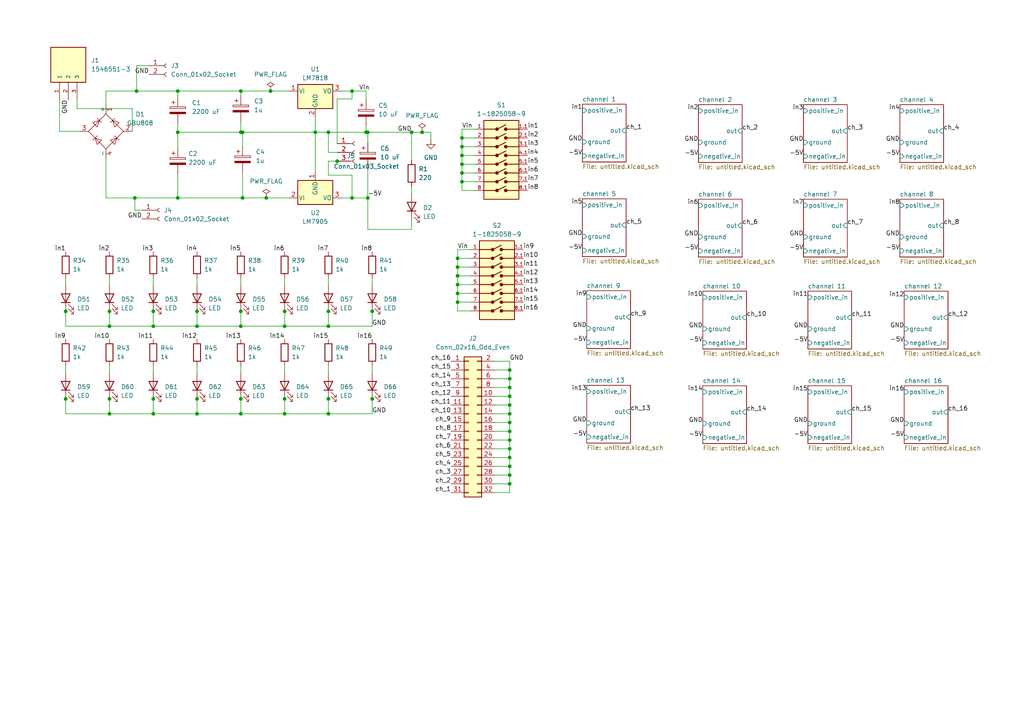
<source format=kicad_sch>
(kicad_sch (version 20250114) (generator "eeschema") (generator_version "9.0")
  (paper "A4")
  (title_block (title "16 channel manual driver (0-15V)") (date "2025-10-07") (rev "1.0") (company "Tyndall National Institute") (comment 1 "Darpan Mishra"))
  (lib_symbols
    (symbol "1-1825058-9:1-1825058-9" (pin_names (offset 1.016))
      (property "Reference" "S" (at -5.081 13.2105 0))
      (property "Value" "1-1825058-9" (at -5.0893 -12.7232 0))
      (symbol "1-1825058-9_0_0"
        (pin passive line (at -7.62 10.16 0) (length 2.54) (name "~") (number "1"))
        (pin passive line (at -7.62 7.62 0) (length 2.54) (name "~") (number "2"))
        (pin passive line (at -7.62 5.08 0) (length 2.54) (name "~") (number "3"))
        (pin passive line (at -7.62 2.54 0) (length 2.54) (name "~") (number "4"))
        (pin passive line (at -7.62 0 0) (length 2.54) (name "~") (number "5"))
        (pin passive line (at -7.62 -2.54 0) (length 2.54) (name "~") (number "6"))
        (pin passive line (at -7.62 -5.08 0) (length 2.54) (name "~") (number "7"))
        (pin passive line (at -7.62 -7.62 0) (length 2.54) (name "~") (number "8"))
        (pin passive line (at 7.62 10.16 180) (length 2.54) (name "~") (number "1.1"))
        (pin passive line (at 7.62 7.62 180) (length 2.54) (name "~") (number "2.1"))
        (pin passive line (at 7.62 5.08 180) (length 2.54) (name "~") (number "3.1"))
        (pin passive line (at 7.62 2.54 180) (length 2.54) (name "~") (number "4.1"))
        (pin passive line (at 7.62 0 180) (length 2.54) (name "~") (number "5.1"))
        (pin passive line (at 7.62 -2.54 180) (length 2.54) (name "~") (number "6.1"))
        (pin passive line (at 7.62 -5.08 180) (length 2.54) (name "~") (number "7.1"))
        (pin passive line (at 7.62 -7.62 180) (length 2.54) (name "~") (number "8.1"))
      )
    )
    (symbol "1546551-3:1546551-3" (pin_names (offset 1.016))
      (property "Reference" "J" (at -5.58 5.08 0))
      (property "Value" "1546551-3" (at -5.08 -7.62 0))
      (symbol "1546551-3_0_0"
        (pin passive line (at -10.16 2.54 0) (length 5.08) (name "1") (number "1"))
        (pin passive line (at -10.16 0 0) (length 5.08) (name "2") (number "2"))
        (pin passive line (at -10.16 -2.54 0) (length 5.08) (name "3") (number "3"))
      )
    )
    (symbol "Connector:Conn_01x02_Socket" (pin_names (offset 1.016) (hide yes))
      (property "Reference" "J" (at 0 2.54 0))
      (property "Value" "Conn_01x02_Socket" (at 0 -5.08 0))
      (symbol "Conn_01x02_Socket_1_1"
        (pin passive line (at -5.08 0 0) (length 3.81) (name "Pin_1") (number "1"))
        (pin passive line (at -5.08 -2.54 0) (length 3.81) (name "Pin_2") (number "2"))
      )
    )
    (symbol "Connector:Conn_01x03_Socket" (pin_names (offset 1.016) (hide yes))
      (property "Reference" "J" (at 0 5.08 0))
      (property "Value" "Conn_01x03_Socket" (at 0 -5.08 0))
      (symbol "Conn_01x03_Socket_1_1"
        (pin passive line (at -5.08 2.54 0) (length 3.81) (name "Pin_1") (number "1"))
        (pin passive line (at -5.08 0 0) (length 3.81) (name "Pin_2") (number "2"))
        (pin passive line (at -5.08 -2.54 0) (length 3.81) (name "Pin_3") (number "3"))
      )
    )
    (symbol "Connector_Generic:Conn_02x16_Odd_Even" (pin_names (offset 1.016) (hide yes))
      (property "Reference" "J" (at 1.27 20.32 0))
      (property "Value" "Conn_02x16_Odd_Even" (at 1.27 -22.86 0))
      (symbol "Conn_02x16_Odd_Even_1_1"
        (pin passive line (at -5.08 17.78 0) (length 3.81) (name "Pin_1") (number "1"))
        (pin passive line (at -5.08 15.24 0) (length 3.81) (name "Pin_3") (number "3"))
        (pin passive line (at -5.08 12.7 0) (length 3.81) (name "Pin_5") (number "5"))
        (pin passive line (at -5.08 10.16 0) (length 3.81) (name "Pin_7") (number "7"))
        (pin passive line (at -5.08 7.62 0) (length 3.81) (name "Pin_9") (number "9"))
        (pin passive line (at -5.08 5.08 0) (length 3.81) (name "Pin_11") (number "11"))
        (pin passive line (at -5.08 2.54 0) (length 3.81) (name "Pin_13") (number "13"))
        (pin passive line (at -5.08 0 0) (length 3.81) (name "Pin_15") (number "15"))
        (pin passive line (at -5.08 -2.54 0) (length 3.81) (name "Pin_17") (number "17"))
        (pin passive line (at -5.08 -5.08 0) (length 3.81) (name "Pin_19") (number "19"))
        (pin passive line (at -5.08 -7.62 0) (length 3.81) (name "Pin_21") (number "21"))
        (pin passive line (at -5.08 -10.16 0) (length 3.81) (name "Pin_23") (number "23"))
        (pin passive line (at -5.08 -12.7 0) (length 3.81) (name "Pin_25") (number "25"))
        (pin passive line (at -5.08 -15.24 0) (length 3.81) (name "Pin_27") (number "27"))
        (pin passive line (at -5.08 -17.78 0) (length 3.81) (name "Pin_29") (number "29"))
        (pin passive line (at -5.08 -20.32 0) (length 3.81) (name "Pin_31") (number "31"))
        (pin passive line (at 7.62 17.78 180) (length 3.81) (name "Pin_2") (number "2"))
        (pin passive line (at 7.62 15.24 180) (length 3.81) (name "Pin_4") (number "4"))
        (pin passive line (at 7.62 12.7 180) (length 3.81) (name "Pin_6") (number "6"))
        (pin passive line (at 7.62 10.16 180) (length 3.81) (name "Pin_8") (number "8"))
        (pin passive line (at 7.62 7.62 180) (length 3.81) (name "Pin_10") (number "10"))
        (pin passive line (at 7.62 5.08 180) (length 3.81) (name "Pin_12") (number "12"))
        (pin passive line (at 7.62 2.54 180) (length 3.81) (name "Pin_14") (number "14"))
        (pin passive line (at 7.62 0 180) (length 3.81) (name "Pin_16") (number "16"))
        (pin passive line (at 7.62 -2.54 180) (length 3.81) (name "Pin_18") (number "18"))
        (pin passive line (at 7.62 -5.08 180) (length 3.81) (name "Pin_20") (number "20"))
        (pin passive line (at 7.62 -7.62 180) (length 3.81) (name "Pin_22") (number "22"))
        (pin passive line (at 7.62 -10.16 180) (length 3.81) (name "Pin_24") (number "24"))
        (pin passive line (at 7.62 -12.7 180) (length 3.81) (name "Pin_26") (number "26"))
        (pin passive line (at 7.62 -15.24 180) (length 3.81) (name "Pin_28") (number "28"))
        (pin passive line (at 7.62 -17.78 180) (length 3.81) (name "Pin_30") (number "30"))
        (pin passive line (at 7.62 -20.32 180) (length 3.81) (name "Pin_32") (number "32"))
      )
    )
    (symbol "Device:C_Polarized" (pin_numbers (hide yes)) (pin_names (offset 0.254))
      (property "Reference" "C" (at 0.635 2.54 0))
      (property "Value" "C_Polarized" (at 0.635 -2.54 0))
      (symbol "C_Polarized_1_1"
        (pin passive line (at 0 3.81 270) (length 2.794) (name "~") (number "1"))
        (pin passive line (at 0 -3.81 90) (length 2.794) (name "~") (number "2"))
      )
    )
    (symbol "Device:LED" (pin_numbers (hide yes)) (pin_names (offset 1.016) (hide yes))
      (property "Reference" "D" (at 0 2.54 0))
      (property "Value" "LED" (at 0 -2.54 0))
      (symbol "LED_1_1"
        (pin passive line (at -3.81 0 0) (length 2.54) (name "K") (number "1"))
        (pin passive line (at 3.81 0 180) (length 2.54) (name "A") (number "2"))
      )
    )
    (symbol "Device:R" (pin_numbers (hide yes)) (pin_names (offset 0))
      (property "Reference" "R" (at 2.032 0 90))
      (property "Value" "R" (at 0 0 90))
      (symbol "R_1_1"
        (pin passive line (at 0 3.81 270) (length 1.27) (name "~") (number "1"))
        (pin passive line (at 0 -3.81 90) (length 1.27) (name "~") (number "2"))
      )
    )
    (symbol "Diode_Bridge:GBU8M" (pin_names (offset 0))
      (property "Reference" "D" (at 2.54 6.985 0))
      (property "Value" "GBU8M" (at 2.54 5.08 0))
      (symbol "GBU8M_1_1"
        (pin passive line (at -7.62 0 0) (length 2.54) (name "-") (number "4"))
        (pin passive line (at 0 7.62 270) (length 2.54) (name "~") (number "3"))
        (pin passive line (at 0 -7.62 90) (length 2.54) (name "~") (number "2"))
        (pin passive line (at 7.62 0 180) (length 2.54) (name "+") (number "1"))
      )
    )
    (symbol "Regulator_Linear:LM7818_TO220" (pin_names (offset 0.254))
      (property "Reference" "U" (at -3.81 3.175 0))
      (property "Value" "LM7818_TO220" (at 0 3.175 0))
      (symbol "LM7818_TO220_1_1"
        (pin power_in line (at -7.62 0 0) (length 2.54) (name "VI") (number "1"))
        (pin power_in line (at 0 -7.62 90) (length 2.54) (name "GND") (number "2"))
        (pin power_out line (at 7.62 0 180) (length 2.54) (name "VO") (number "3"))
      )
    )
    (symbol "Regulator_Linear:LM7905_TO220" (pin_names (offset 0.254))
      (property "Reference" "U" (at -3.81 -3.175 0))
      (property "Value" "LM7905_TO220" (at 0 -3.175 0))
      (symbol "LM7905_TO220_1_1"
        (pin power_in line (at -7.62 0 0) (length 2.54) (name "VI") (number "2"))
        (pin power_in line (at 0 7.62 270) (length 2.54) (name "GND") (number "1"))
        (pin power_out line (at 7.62 0 180) (length 2.54) (name "VO") (number "3"))
      )
    )
    (symbol "power:GND" (power) (pin_numbers (hide yes)) (pin_names (offset 0) (hide yes))
      (property "Value" "GND" (at 0 -3.81 0))
      (symbol "GND_1_1"
        (pin power_in line (at 0 0 270) (length 0) (name "~") (number "1"))
      )
    )
    (symbol "power:PWR_FLAG" (power) (pin_numbers (hide yes)) (pin_names (offset 0) (hide yes))
      (property "Value" "PWR_FLAG" (at 0 3.81 0))
      (symbol "PWR_FLAG_0_0"
        (pin power_out line (at 0 0 90) (length 0) (name "~") (number "1"))
      )
    )
  )
  (junction (at 69.85 120.015))
  (junction (at 133.985 52.705))
  (junction (at 69.85 26.416))
  (junction (at 147.828 114.935))
  (junction (at 44.45 90.297))
  (junction (at 39.624 26.416))
  (junction (at 51.562 26.416))
  (junction (at 133.985 50.165))
  (junction (at 82.55 115.697))
  (junction (at 147.828 127.635))
  (junction (at 31.75 90.297))
  (junction (at 95.25 115.697))
  (junction (at 132.715 77.47))
  (junction (at 69.85 115.697))
  (junction (at 82.55 94.615))
  (junction (at 122.428 38.354))
  (junction (at 51.562 38.354))
  (junction (at 57.15 115.697))
  (junction (at 102.108 26.416))
  (junction (at 44.45 120.015))
  (junction (at 78.486 26.416))
  (junction (at 147.828 107.315))
  (junction (at 147.828 132.715))
  (junction (at 133.985 42.545))
  (junction (at 147.828 137.795))
  (junction (at 31.75 115.697))
  (junction (at 95.25 90.297))
  (junction (at 51.562 57.404))
  (junction (at 69.85 38.354))
  (junction (at 70.358 38.354))
  (junction (at 147.828 125.095))
  (junction (at 106.68 57.404))
  (junction (at 147.828 109.855))
  (junction (at 147.828 117.475))
  (junction (at 147.828 122.555))
  (junction (at 82.55 90.297))
  (junction (at 147.828 135.255))
  (junction (at 132.715 74.93))
  (junction (at 57.15 120.015))
  (junction (at 97.79 46.736))
  (junction (at 82.55 120.015))
  (junction (at 77.216 57.404))
  (junction (at 133.985 45.085))
  (junction (at 69.85 94.615))
  (junction (at 44.45 115.697))
  (junction (at 70.358 57.404))
  (junction (at 69.85 90.297))
  (junction (at 107.95 90.297))
  (junction (at 19.05 90.297))
  (junction (at 147.828 120.015))
  (junction (at 95.25 120.015))
  (junction (at 19.05 115.697))
  (junction (at 106.172 38.354))
  (junction (at 133.985 47.625))
  (junction (at 147.828 112.395))
  (junction (at 107.95 115.697))
  (junction (at 39.116 57.404))
  (junction (at 133.985 40.005))
  (junction (at 132.715 85.09))
  (junction (at 132.715 82.55))
  (junction (at 31.75 94.615))
  (junction (at 132.715 87.63))
  (junction (at 132.715 80.01))
  (junction (at 57.15 90.297))
  (junction (at 102.108 57.404))
  (junction (at 31.75 120.015))
  (junction (at 57.15 94.615))
  (junction (at 147.828 130.175))
  (junction (at 106.68 38.354))
  (junction (at 95.25 94.615))
  (junction (at 95.25 38.354))
  (junction (at 119.38 38.354))
  (junction (at 44.45 94.615))
  (junction (at 91.44 38.354))
  (junction (at 147.828 140.335))
  (wire (pts (xy 69.85 115.697) (xy 69.85 120.015)))
  (wire (pts (xy 136.525 72.39) (xy 132.715 72.39)))
  (wire (pts (xy 132.715 80.01) (xy 132.715 82.55)))
  (wire (pts (xy 133.985 40.005) (xy 137.795 40.005)))
  (wire (pts (xy 69.85 80.645) (xy 69.85 82.677)))
  (wire (pts (xy 31.75 115.697) (xy 31.75 120.015)))
  (wire (pts (xy 69.85 26.416) (xy 69.85 27.686)))
  (wire (pts (xy 147.828 140.335) (xy 147.828 142.875)))
  (wire (pts (xy 106.68 38.354) (xy 106.68 41.402)))
  (wire (pts (xy 51.562 38.354) (xy 69.85 38.354)))
  (wire (pts (xy 133.985 37.465) (xy 133.985 40.005)))
  (wire (pts (xy 69.85 90.17) (xy 69.85 90.297)))
  (wire (pts (xy 57.15 120.015) (xy 69.85 120.015)))
  (wire (pts (xy 95.25 120.015) (xy 107.95 120.015)))
  (wire (pts (xy 106.172 38.354) (xy 106.68 38.354)))
  (wire (pts (xy 147.828 142.875) (xy 143.51 142.875)))
  (wire (pts (xy 133.985 50.165) (xy 137.795 50.165)))
  (wire (pts (xy 51.562 35.814) (xy 51.562 38.354)))
  (wire (pts (xy 57.15 90.297) (xy 57.15 94.615)))
  (wire (pts (xy 22.352 31.496) (xy 38.354 31.496)))
  (wire (pts (xy 57.15 115.57) (xy 57.15 115.697)))
  (wire (pts (xy 119.38 54.102) (xy 119.38 56.134)))
  (wire (pts (xy 107.95 90.297) (xy 107.95 94.615)))
  (wire (pts (xy 51.562 26.416) (xy 69.85 26.416)))
  (wire (pts (xy 69.85 35.306) (xy 69.85 38.354)))
  (wire (pts (xy 102.108 26.416) (xy 106.172 26.416)))
  (wire (pts (xy 82.55 80.645) (xy 82.55 82.677)))
  (wire (pts (xy 82.55 106.045) (xy 82.55 108.077)))
  (wire (pts (xy 132.715 72.39) (xy 132.715 74.93)))
  (wire (pts (xy 95.25 90.17) (xy 95.25 90.297)))
  (wire (pts (xy 82.55 115.697) (xy 82.55 120.015)))
  (wire (pts (xy 17.272 28.956) (xy 17.272 38.1)))
  (wire (pts (xy 143.51 122.555) (xy 147.828 122.555)))
  (wire (pts (xy 70.358 50.038) (xy 70.358 57.404)))
  (wire (pts (xy 147.828 114.935) (xy 147.828 117.475)))
  (wire (pts (xy 31.75 90.297) (xy 31.75 94.615)))
  (wire (pts (xy 147.828 117.475) (xy 147.828 120.015)))
  (wire (pts (xy 95.25 94.615) (xy 107.95 94.615)))
  (wire (pts (xy 132.715 90.17) (xy 136.525 90.17)))
  (wire (pts (xy 78.486 26.416) (xy 83.82 26.416)))
  (wire (pts (xy 147.828 130.175) (xy 147.828 132.715)))
  (wire (pts (xy 44.45 90.17) (xy 44.45 90.297)))
  (wire (pts (xy 106.172 26.416) (xy 106.172 28.956)))
  (wire (pts (xy 95.25 106.045) (xy 95.25 108.077)))
  (wire (pts (xy 119.38 63.754) (xy 119.38 66.548)))
  (wire (pts (xy 107.95 115.697) (xy 107.95 120.015)))
  (wire (pts (xy 132.715 82.55) (xy 132.715 85.09)))
  (wire (pts (xy 132.715 77.47) (xy 132.715 80.01)))
  (wire (pts (xy 99.06 26.416) (xy 102.108 26.416)))
  (wire (pts (xy 147.828 104.775) (xy 147.828 107.315)))
  (wire (pts (xy 31.75 90.17) (xy 31.75 90.297)))
  (wire (pts (xy 132.715 85.09) (xy 136.525 85.09)))
  (wire (pts (xy 106.68 57.404) (xy 106.68 49.022)))
  (wire (pts (xy 133.985 52.705) (xy 133.985 55.245)))
  (wire (pts (xy 19.05 115.697) (xy 19.05 120.015)))
  (wire (pts (xy 69.85 106.045) (xy 69.85 108.077)))
  (wire (pts (xy 19.05 115.57) (xy 19.05 115.697)))
  (wire (pts (xy 133.985 42.545) (xy 133.985 45.085)))
  (wire (pts (xy 133.985 47.625) (xy 137.795 47.625)))
  (wire (pts (xy 95.25 50.8) (xy 102.108 50.8)))
  (wire (pts (xy 57.15 94.615) (xy 69.85 94.615)))
  (wire (pts (xy 91.44 38.354) (xy 95.25 38.354)))
  (wire (pts (xy 106.68 38.354) (xy 119.38 38.354)))
  (wire (pts (xy 137.795 37.465) (xy 133.985 37.465)))
  (wire (pts (xy 102.108 50.8) (xy 102.108 57.404)))
  (wire (pts (xy 44.45 90.297) (xy 44.45 94.615)))
  (wire (pts (xy 143.51 112.395) (xy 147.828 112.395)))
  (wire (pts (xy 19.05 90.297) (xy 19.05 94.615)))
  (wire (pts (xy 43.18 19.05) (xy 39.624 19.05)))
  (wire (pts (xy 132.715 85.09) (xy 132.715 87.63)))
  (wire (pts (xy 132.715 77.47) (xy 136.525 77.47)))
  (wire (pts (xy 19.05 80.645) (xy 19.05 82.677)))
  (wire (pts (xy 44.45 106.045) (xy 44.45 108.077)))
  (wire (pts (xy 102.108 57.404) (xy 106.68 57.404)))
  (wire (pts (xy 19.05 94.615) (xy 31.75 94.615)))
  (wire (pts (xy 147.828 112.395) (xy 147.828 114.935)))
  (wire (pts (xy 133.985 52.705) (xy 137.795 52.705)))
  (wire (pts (xy 22.352 28.956) (xy 22.352 31.496)))
  (wire (pts (xy 97.79 44.196) (xy 95.25 44.196)))
  (wire (pts (xy 147.828 107.315) (xy 147.828 109.855)))
  (wire (pts (xy 82.55 115.57) (xy 82.55 115.697)))
  (wire (pts (xy 82.55 120.015) (xy 95.25 120.015)))
  (wire (pts (xy 69.85 120.015) (xy 82.55 120.015)))
  (wire (pts (xy 147.828 132.715) (xy 147.828 135.255)))
  (wire (pts (xy 69.85 94.615) (xy 82.55 94.615)))
  (wire (pts (xy 69.85 90.297) (xy 69.85 94.615)))
  (wire (pts (xy 17.272 38.1) (xy 23.114 38.1)))
  (wire (pts (xy 97.79 28.702) (xy 102.108 28.702)))
  (wire (pts (xy 106.68 66.548) (xy 106.68 57.404)))
  (wire (pts (xy 82.55 94.615) (xy 95.25 94.615)))
  (wire (pts (xy 122.428 38.354) (xy 124.968 38.354)))
  (wire (pts (xy 31.75 94.615) (xy 44.45 94.615)))
  (wire (pts (xy 132.715 82.55) (xy 136.525 82.55)))
  (wire (pts (xy 106.172 36.576) (xy 106.172 38.354)))
  (wire (pts (xy 143.51 132.715) (xy 147.828 132.715)))
  (wire (pts (xy 70.358 57.404) (xy 77.216 57.404)))
  (wire (pts (xy 51.562 57.404) (xy 70.358 57.404)))
  (wire (pts (xy 143.51 117.475) (xy 147.828 117.475)))
  (wire (pts (xy 143.51 114.935) (xy 147.828 114.935)))
  (wire (pts (xy 107.95 106.045) (xy 107.95 108.077)))
  (wire (pts (xy 44.45 80.645) (xy 44.45 82.677)))
  (wire (pts (xy 19.05 90.17) (xy 19.05 90.297)))
  (wire (pts (xy 19.05 106.045) (xy 19.05 108.077)))
  (wire (pts (xy 99.06 57.404) (xy 102.108 57.404)))
  (wire (pts (xy 51.562 28.194) (xy 51.562 26.416)))
  (wire (pts (xy 133.985 50.165) (xy 133.985 52.705)))
  (wire (pts (xy 143.51 109.855) (xy 147.828 109.855)))
  (wire (pts (xy 147.828 127.635) (xy 147.828 130.175)))
  (wire (pts (xy 51.562 38.354) (xy 51.562 42.926)))
  (wire (pts (xy 143.51 104.775) (xy 147.828 104.775)))
  (wire (pts (xy 69.85 26.416) (xy 78.486 26.416)))
  (wire (pts (xy 143.51 140.335) (xy 147.828 140.335)))
  (wire (pts (xy 31.75 80.645) (xy 31.75 82.677)))
  (wire (pts (xy 119.38 38.354) (xy 122.428 38.354)))
  (wire (pts (xy 77.216 57.404) (xy 83.82 57.404)))
  (wire (pts (xy 133.985 47.625) (xy 133.985 50.165)))
  (wire (pts (xy 102.108 28.702) (xy 102.108 26.416)))
  (wire (pts (xy 95.25 46.736) (xy 95.25 50.8)))
  (wire (pts (xy 31.75 106.045) (xy 31.75 108.077)))
  (wire (pts (xy 147.828 122.555) (xy 147.828 125.095)))
  (wire (pts (xy 97.79 46.736) (xy 95.25 46.736)))
  (wire (pts (xy 143.51 130.175) (xy 147.828 130.175)))
  (wire (pts (xy 70.358 38.354) (xy 70.358 42.418)))
  (wire (pts (xy 39.116 60.96) (xy 39.116 57.404)))
  (wire (pts (xy 44.45 94.615) (xy 57.15 94.615)))
  (wire (pts (xy 82.55 90.17) (xy 82.55 90.297)))
  (wire (pts (xy 133.985 45.085) (xy 137.795 45.085)))
  (wire (pts (xy 30.734 26.416) (xy 39.624 26.416)))
  (wire (pts (xy 70.358 38.354) (xy 91.44 38.354)))
  (wire (pts (xy 132.715 74.93) (xy 136.525 74.93)))
  (wire (pts (xy 39.116 57.404) (xy 51.562 57.404)))
  (wire (pts (xy 31.75 120.015) (xy 44.45 120.015)))
  (wire (pts (xy 98.044 46.736) (xy 97.79 46.736)))
  (wire (pts (xy 132.715 87.63) (xy 132.715 90.17)))
  (wire (pts (xy 39.624 19.05) (xy 39.624 26.416)))
  (wire (pts (xy 147.828 137.795) (xy 147.828 140.335)))
  (wire (pts (xy 44.45 115.57) (xy 44.45 115.697)))
  (wire (pts (xy 97.79 41.656) (xy 97.79 28.702)))
  (wire (pts (xy 95.25 115.57) (xy 95.25 115.697)))
  (wire (pts (xy 57.15 90.17) (xy 57.15 90.297)))
  (wire (pts (xy 69.85 38.354) (xy 70.358 38.354)))
  (wire (pts (xy 95.25 90.297) (xy 95.25 94.615)))
  (wire (pts (xy 91.44 34.036) (xy 91.44 38.354)))
  (wire (pts (xy 132.715 80.01) (xy 136.525 80.01)))
  (wire (pts (xy 57.15 106.045) (xy 57.15 108.077)))
  (wire (pts (xy 133.985 42.545) (xy 137.795 42.545)))
  (wire (pts (xy 124.968 38.354) (xy 124.968 40.64)))
  (wire (pts (xy 82.55 90.297) (xy 82.55 94.615)))
  (wire (pts (xy 133.985 55.245) (xy 137.795 55.245)))
  (wire (pts (xy 107.95 115.57) (xy 107.95 115.697)))
  (wire (pts (xy 147.828 135.255) (xy 147.828 137.795)))
  (wire (pts (xy 133.985 40.005) (xy 133.985 42.545)))
  (wire (pts (xy 133.985 45.085) (xy 133.985 47.625)))
  (wire (pts (xy 107.95 80.645) (xy 107.95 82.677)))
  (wire (pts (xy 51.562 50.546) (xy 51.562 57.404)))
  (wire (pts (xy 31.75 115.57) (xy 31.75 115.697)))
  (wire (pts (xy 147.828 109.855) (xy 147.828 112.395)))
  (wire (pts (xy 39.624 26.416) (xy 51.562 26.416)))
  (wire (pts (xy 143.51 125.095) (xy 147.828 125.095)))
  (wire (pts (xy 57.15 80.645) (xy 57.15 82.677)))
  (wire (pts (xy 44.45 115.697) (xy 44.45 120.015)))
  (wire (pts (xy 132.715 87.63) (xy 136.525 87.63)))
  (wire (pts (xy 30.734 57.404) (xy 39.116 57.404)))
  (wire (pts (xy 95.25 44.196) (xy 95.25 38.354)))
  (wire (pts (xy 69.85 115.57) (xy 69.85 115.697)))
  (wire (pts (xy 119.38 38.354) (xy 119.38 46.482)))
  (wire (pts (xy 262.255 86.36) (xy 262.255 86.233)))
  (wire (pts (xy 57.15 115.697) (xy 57.15 120.015)))
  (wire (pts (xy 147.828 120.015) (xy 147.828 122.555)))
  (wire (pts (xy 143.51 120.015) (xy 147.828 120.015)))
  (wire (pts (xy 143.51 127.635) (xy 147.828 127.635)))
  (wire (pts (xy 132.715 74.93) (xy 132.715 77.47)))
  (wire (pts (xy 91.44 38.354) (xy 91.44 49.784)))
  (wire (pts (xy 44.45 120.015) (xy 57.15 120.015)))
  (wire (pts (xy 143.51 137.795) (xy 147.828 137.795)))
  (wire (pts (xy 143.51 135.255) (xy 147.828 135.255)))
  (wire (pts (xy 38.354 31.496) (xy 38.354 38.1)))
  (wire (pts (xy 119.38 66.548) (xy 106.68 66.548)))
  (wire (pts (xy 147.828 125.095) (xy 147.828 127.635)))
  (wire (pts (xy 30.734 30.48) (xy 30.734 26.416)))
  (wire (pts (xy 30.734 45.72) (xy 30.734 57.404)))
  (wire (pts (xy 41.148 60.96) (xy 39.116 60.96)))
  (wire (pts (xy 95.25 38.354) (xy 106.172 38.354)))
  (wire (pts (xy 95.25 80.645) (xy 95.25 82.677)))
  (wire (pts (xy 19.05 120.015) (xy 31.75 120.015)))
  (wire (pts (xy 107.95 90.17) (xy 107.95 90.297)))
  (wire (pts (xy 143.51 107.315) (xy 147.828 107.315)))
  (wire (pts (xy 95.25 115.697) (xy 95.25 120.015)))
  (label "-5V" (at 168.91 72.644 180))
  (label "ch_2" (at 130.81 140.335 180))
  (label "in7" (at 153.035 52.705 0))
  (label "ch_10" (at 216.535 92.075 0))
  (label "in13" (at 151.765 82.55 0))
  (label "ch_13" (at 130.81 112.395 180))
  (label "in6" (at 82.55 73.025 180))
  (label "-5V" (at 262.255 126.873 180))
  (label "-5V" (at 202.565 72.771 180))
  (label "in5" (at 69.85 73.025 180))
  (label "in10" (at 203.835 86.233 180))
  (label "ch_14" (at 216.535 119.507 0))
  (label "in4" (at 153.035 45.085 0))
  (label "GND" (at 170.18 122.682 180))
  (label "in13" (at 69.85 98.425 180))
  (label "in11" (at 151.765 77.47 0))
  (label "-5V" (at 202.565 45.339 180))
  (label "in12" (at 151.765 80.01 0))
  (label "in16" (at 262.255 113.665 180))
  (label "in1" (at 153.035 37.465 0))
  (label "in6" (at 202.565 59.563 180))
  (label "-5V" (at 234.315 126.873 180))
  (label "in10" (at 151.765 74.93 0))
  (label "ch_1" (at 181.61 37.846 0))
  (label "-5V" (at 170.18 126.746 180))
  (label "ch_6" (at 215.265 65.405 0))
  (label "GND" (at 203.835 95.377 180))
  (label "GND" (at 107.95 120.015 0))
  (label "-5V" (at 262.255 99.441 180))
  (label "ch_11" (at 130.81 117.475 180))
  (label "in4" (at 57.15 73.025 180))
  (label "ch_7" (at 245.745 65.405 0))
  (label "in1" (at 19.05 73.025 180))
  (label "in10" (at 31.75 98.425 180))
  (label "GND" (at 260.985 41.275 180))
  (label "in3" (at 44.45 73.025 180))
  (label "in15" (at 95.25 98.425 180))
  (label "GND" (at 107.95 94.615 0))
  (label "in16" (at 151.765 90.17 0))
  (label "GND" (at 147.828 104.775 0))
  (label "ch_2" (at 215.265 37.973 0))
  (label "-5V" (at 168.91 45.212 180))
  (label "in6" (at 153.035 50.165 0))
  (label "in14" (at 151.765 85.09 0))
  (label "GND" (at 115.316 38.354 0))
  (label "ch_4" (at 273.685 37.973 0))
  (label "ch_9" (at 130.81 122.555 180))
  (label "ch_8" (at 130.81 125.095 180))
  (label "ch_9" (at 182.88 91.948 0))
  (label "in14" (at 203.835 113.665 180))
  (label "ch_3" (at 245.745 37.973 0))
  (label "in9" (at 19.05 98.425 180))
  (label "GND" (at 202.565 41.275 180))
  (label "GND" (at 203.835 122.809 180))
  (label "in8" (at 107.95 73.025 180))
  (label "in16" (at 107.95 98.425 180))
  (label "ch_3" (at 130.81 137.795 180))
  (label "ch_11" (at 247.015 92.075 0))
  (label "GND" (at 19.812 28.956 270))
  (label "ch_12" (at 130.81 114.935 180))
  (label "GND" (at 262.255 95.377 180))
  (label "ch_16" (at 130.81 104.775 180))
  (label "in8" (at 153.035 55.245 0))
  (label "ch_5" (at 130.81 132.715 180))
  (label "in15" (at 234.315 113.665 180))
  (label "in12" (at 57.15 98.425 180))
  (label "ch_15" (at 247.015 119.507 0))
  (label "GND" (at 260.985 68.707 180))
  (label "in1" (at 168.91 32.004 180))
  (label "in9" (at 151.765 72.39 0))
  (label "ch_15" (at 130.81 107.315 180))
  (label "in11" (at 44.45 98.425 180))
  (label "GND" (at 168.91 41.148 180))
  (label "in2" (at 202.565 32.131 180))
  (label "GND" (at 233.045 41.275 180))
  (label "GND" (at 234.315 95.377 180))
  (label "ch_8" (at 273.685 65.405 0))
  (label "ch_6" (at 130.81 130.175 180))
  (label "in15" (at 151.765 87.63 0))
  (label "-5V" (at 106.68 57.15 0))
  (label "in2" (at 31.75 73.025 180))
  (label "ch_10" (at 130.81 120.015 180))
  (label "in7" (at 233.045 59.563 180))
  (label "ch_1" (at 130.81 142.875 180))
  (label "in13" (at 170.18 113.538 180))
  (label "Vin" (at 133.985 37.465 0))
  (label "-5V" (at 170.18 99.314 180))
  (label "GND" (at 233.045 68.707 180))
  (label "in3" (at 233.045 32.131 180))
  (label "GND" (at 234.315 122.809 180))
  (label "ch_5" (at 181.61 65.278 0))
  (label "in3" (at 153.035 42.545 0))
  (label "in11" (at 234.315 86.233 180))
  (label "-5V" (at 233.045 45.339 180))
  (label "GND" (at 170.18 95.25 180))
  (label "GND" (at 262.255 122.809 180))
  (label "in4" (at 260.985 32.131 180))
  (label "-5V" (at 203.835 126.873 180))
  (label "ch_13" (at 182.88 119.38 0))
  (label "in5" (at 153.035 47.625 0))
  (label "in2" (at 153.035 40.005 0))
  (label "-5V" (at 260.985 45.339 180))
  (label "ch_14" (at 130.81 109.855 180))
  (label "in9" (at 170.18 86.106 180))
  (label "-5V" (at 260.985 72.771 180))
  (label "-5V" (at 203.835 99.441 180))
  (label "in8" (at 260.985 59.563 180))
  (label "in14" (at 82.55 98.425 180))
  (label "-5V" (at 234.315 99.441 180))
  (label "in7" (at 95.25 73.025 180))
  (label "ch_16" (at 274.955 119.507 0))
  (label "ch_4" (at 130.81 135.255 180))
  (label "Vin" (at 104.14 26.416 0))
  (label "ch_12" (at 274.955 92.075 0))
  (label "GND" (at 202.565 68.707 180))
  (label "GND" (at 168.91 68.58 180))
  (label "Vin" (at 132.715 72.39 0))
  (label "GND" (at 43.18 21.59 180))
  (label "GND" (at 41.148 63.5 180))
  (label "ch_7" (at 130.81 127.635 180))
  (label "in12" (at 262.255 86.36 180))
  (label "in5" (at 168.91 59.436 180))
  (label "-5V" (at 233.045 72.771 180))
  (symbol (lib_id "Device:R") (at 19.05 102.235 0) (unit 1)
    (property "Reference" "R42" (at 21.082 100.9649 0) (effects (justify left)))
    (property "Value" "1k" (at 21.082 103.5049 0) (effects (justify left)))
    (property "Footprint" "Resistor_SMD:R_0805_2012Metric" (effects (hide yes)))
    (property "Description" "125mW 150V 1kΩ Thick Film Resistor ±1%" (effects (hide yes)))
    (property "Part Number" "0805W8F1001T5E" (effects (hide yes)))
    (property "Manufacturer" "UNI-ROYAL(Uniroyal Elec)" (effects (hide yes)))
    (property "LCSC PN" "C17513" (effects (hide yes)))
    (property "Package" "0805" (effects (hide yes)))
  )
  (symbol (lib_id "Connector_Generic:Conn_02x16_Odd_Even") (at 135.89 122.555 0) (unit 1)
    (property "Reference" "J2" (at 137.16 98.171 0))
    (property "Value" "Conn_02x16_Odd_Even" (at 137.16 100.711 0))
    (property "Footprint" "Connector_PinHeader_2.54mm:PinHeader_2x16_P2.54mm_Vertical" (effects (hide yes)))
    (property "Description" "Generic connector, double row, 02x16, odd/even pin numbering scheme (row 1 odd numbers, row 2 even numbers), script generated (kicad-library-utils/schlib/autogen/connector/)" (effects (hide yes)))
    (property "Part Number" "DS1023-2*16SF11" (effects (hide yes)))
    (property "Manufacturer" "CONNFLY Elec" (effects (hide yes)))
    (property "LCSC PN" "C132130" (effects (hide yes)))
    (property "Package" "Plugin,P=2.54mm" (effects (hide yes)))
  )
  (symbol (lib_id "1-1825058-9:1-1825058-9") (at 145.415 47.625 0) (unit 1)
    (property "Reference" "S1" (at 145.415 30.48 0))
    (property "Value" "1-1825058-9" (at 145.415 33.02 0))
    (property "Footprint" "1-1825058-9:SW_1-1825058-9" (effects (hide yes)))
    (property "Comment" "1-1825058-9" (effects (hide yes)))
    (property "MF" "TE Connectivity" (effects (hide yes)))
    (property "Description_1" "Switch, Ade08S04=Dip Switch, tch,Ext,Smt-Gw | TE Connectivity 1-1825058-9" (effects (hide yes)))
    (property "Package" "None" (effects (hide yes)))
    (property "Price" "None" (effects (hide yes)))
    (property "Check_prices" "https://www.snapeda.com/parts/1-1825058-9/TE+Connectivity+ALCOSWITCH+Switches/view-part/?ref=eda" (effects (hide yes)))
    (property "STANDARD" "Manufacturer Recommendation" (effects (hide yes)))
    (property "PARTREV" "S4" (effects (hide yes)))
    (property "SnapEDA_Link" "https://www.snapeda.com/parts/1-1825058-9/TE+Connectivity+ALCOSWITCH+Switches/view-part/?ref=snap" (effects (hide yes)))
    (property "MP" "1-1825058-9" (effects (hide yes)))
    (property "EU_RoHS_Compliance" "Compliant" (effects (hide yes)))
    (property "Availability" "In Stock" (effects (hide yes)))
    (property "MANUFACTURER" "TE Connectivity" (effects (hide yes)))
    (property "Part Number" "1-1825058-9" (effects (hide yes)))
    (property "Manufacturer" "TE Connectivity" (effects (hide yes)))
    (property "LCSC PN" "C266184" (effects (hide yes)))
  )
  (symbol (lib_id "Device:LED") (at 95.25 86.487 90) (unit 1)
    (property "Reference" "D57" (at 98.552 86.8044 90) (effects (justify right)))
    (property "Value" "LED" (at 98.552 89.3444 90) (effects (justify right)))
    (property "Footprint" "LED_SMD:LED_0603_1608Metric" (effects (hide yes)))
    (property "Datasheet" "https://jlcpcb.com/api/file/downloadByFileSystemAccessId/8550723991833485312" (effects (hide yes)))
    (property "Description" "2.4V 20mA 300mcd 40mW 615nm~630nm 645nm Red Water Clear 0603 LED Indication" (effects (hide yes)))
    (property "Sim.Pins" "1=K 2=A" (effects (hide yes)))
    (property "Part Number" "KT-0603R" (effects (hide yes)))
    (property "Manufacturer" "Hubei KENTO Elec" (effects (hide yes)))
    (property "LCSC PN" "C2286" (effects (hide yes)))
    (property "Package" "0603" (effects (hide yes)))
  )
  (symbol (lib_id "Connector:Conn_01x03_Socket") (at 102.87 44.196 0) (unit 1)
    (property "Reference" "J5" (at 100.584 45.212 0) (effects (justify left)))
    (property "Value" "Conn_01x03_Socket" (at 96.774 48.26 0) (effects (justify left)))
    (property "Footprint" "Connector_PinHeader_2.54mm:PinHeader_1x03_P2.54mm_Vertical" (effects (hide yes)))
    (property "Description" "Generic connector, single row, 01x03, script generated" (effects (hide yes)))
    (property "Part Number" "DS1023-1x3SF11" (effects (hide yes)))
    (property "Manufacturer" "CONNFLY Elec" (effects (hide yes)))
    (property "LCSC PN" "C7509516" (effects (hide yes)))
    (property "Package" "Plugin,P=2.54mm" (effects (hide yes)))
  )
  (symbol (lib_id "Connector:Conn_01x02_Socket") (at 48.26 19.05 0) (unit 1)
    (property "Reference" "J3" (at 49.53 19.0499 0) (effects (justify left)))
    (property "Value" "Conn_01x02_Socket" (at 49.53 21.5899 0) (effects (justify left)))
    (property "Footprint" "Connector_PinHeader_2.54mm:PinHeader_1x02_P2.54mm_Vertical" (effects (hide yes)))
    (property "Description" "Generic connector, single row, 01x02, script generated" (effects (hide yes)))
    (property "Part Number" "DS1023-1x2SF11" (effects (hide yes)))
    (property "Manufacturer" "CONNFLY Elec" (effects (hide yes)))
    (property "LCSC PN" "C7509512" (effects (hide yes)))
    (property "Package" "Plugin,P=2.54mm" (effects (hide yes)))
  )
  (symbol (lib_id "Device:LED") (at 57.15 86.487 90) (unit 1)
    (property "Reference" "D54" (at 60.452 86.8044 90) (effects (justify right)))
    (property "Value" "LED" (at 60.452 89.3444 90) (effects (justify right)))
    (property "Footprint" "LED_SMD:LED_0603_1608Metric" (effects (hide yes)))
    (property "Datasheet" "https://jlcpcb.com/api/file/downloadByFileSystemAccessId/8550723991833485312" (effects (hide yes)))
    (property "Description" "2.4V 20mA 300mcd 40mW 615nm~630nm 645nm Red Water Clear 0603 LED Indication" (effects (hide yes)))
    (property "Sim.Pins" "1=K 2=A" (effects (hide yes)))
    (property "Part Number" "KT-0603R" (effects (hide yes)))
    (property "Manufacturer" "Hubei KENTO Elec" (effects (hide yes)))
    (property "LCSC PN" "C2286" (effects (hide yes)))
    (property "Package" "0603" (effects (hide yes)))
  )
  (symbol (lib_id "Device:R") (at 57.15 76.835 0) (unit 1)
    (property "Reference" "R37" (at 59.182 75.5649 0) (effects (justify left)))
    (property "Value" "1k" (at 59.182 78.1049 0) (effects (justify left)))
    (property "Footprint" "Resistor_SMD:R_0805_2012Metric" (effects (hide yes)))
    (property "Description" "125mW 150V 1kΩ Thick Film Resistor ±1%" (effects (hide yes)))
    (property "Part Number" "0805W8F1001T5E" (effects (hide yes)))
    (property "Manufacturer" "UNI-ROYAL(Uniroyal Elec)" (effects (hide yes)))
    (property "LCSC PN" "C17513" (effects (hide yes)))
    (property "Package" "0805" (effects (hide yes)))
  )
  (symbol (lib_id "Device:C_Polarized") (at 70.358 46.228 0) (unit 1)
    (property "Reference" "C4" (at 74.168 44.0689 0) (effects (justify left)))
    (property "Value" "1u" (at 74.168 46.6089 0) (effects (justify left)))
    (property "Footprint" "Capacitor_SMD:CP_Elec_4x5.4" (effects (hide yes)))
    (property "Datasheet" "https://jlcpcb.com/api/file/downloadByFileSystemAccessId/8588894211420925952" (effects (hide yes)))
    (property "Description" "1uF, 50V ±20% SMD,D4xL5.4mm Aluminum Electrolytic Capacitors" (effects (hide yes)))
    (property "Part Number" "RVT1H1R0M0405" (effects (hide yes)))
    (property "Manufacturer" "Honor Elec" (effects (hide yes)))
    (property "LCSC PN" "C3348" (effects (hide yes)))
    (property "Package" "SMD,D4xL5.4mm" (effects (hide yes)))
  )
  (symbol (lib_id "Device:LED") (at 69.85 111.887 90) (unit 1)
    (property "Reference" "D63" (at 73.152 112.2044 90) (effects (justify right)))
    (property "Value" "LED" (at 73.152 114.7444 90) (effects (justify right)))
    (property "Footprint" "LED_SMD:LED_0603_1608Metric" (effects (hide yes)))
    (property "Datasheet" "https://jlcpcb.com/api/file/downloadByFileSystemAccessId/8550723991833485312" (effects (hide yes)))
    (property "Description" "2.4V 20mA 300mcd 40mW 615nm~630nm 645nm Red Water Clear 0603 LED Indication" (effects (hide yes)))
    (property "Sim.Pins" "1=K 2=A" (effects (hide yes)))
    (property "Part Number" "KT-0603R" (effects (hide yes)))
    (property "Manufacturer" "Hubei KENTO Elec" (effects (hide yes)))
    (property "LCSC PN" "C2286" (effects (hide yes)))
    (property "Package" "0603" (effects (hide yes)))
  )
  (symbol (lib_id "Device:LED") (at 69.85 86.487 90) (unit 1)
    (property "Reference" "D55" (at 73.152 86.8044 90) (effects (justify right)))
    (property "Value" "LED" (at 73.152 89.3444 90) (effects (justify right)))
    (property "Footprint" "LED_SMD:LED_0603_1608Metric" (effects (hide yes)))
    (property "Datasheet" "https://jlcpcb.com/api/file/downloadByFileSystemAccessId/8550723991833485312" (effects (hide yes)))
    (property "Description" "2.4V 20mA 300mcd 40mW 615nm~630nm 645nm Red Water Clear 0603 LED Indication" (effects (hide yes)))
    (property "Sim.Pins" "1=K 2=A" (effects (hide yes)))
    (property "Part Number" "KT-0603R" (effects (hide yes)))
    (property "Manufacturer" "Hubei KENTO Elec" (effects (hide yes)))
    (property "LCSC PN" "C2286" (effects (hide yes)))
    (property "Package" "0603" (effects (hide yes)))
  )
  (symbol (lib_id "Device:LED") (at 82.55 111.887 90) (unit 1)
    (property "Reference" "D64" (at 85.852 112.2044 90) (effects (justify right)))
    (property "Value" "LED" (at 85.852 114.7444 90) (effects (justify right)))
    (property "Footprint" "LED_SMD:LED_0603_1608Metric" (effects (hide yes)))
    (property "Datasheet" "https://jlcpcb.com/api/file/downloadByFileSystemAccessId/8550723991833485312" (effects (hide yes)))
    (property "Description" "2.4V 20mA 300mcd 40mW 615nm~630nm 645nm Red Water Clear 0603 LED Indication" (effects (hide yes)))
    (property "Sim.Pins" "1=K 2=A" (effects (hide yes)))
    (property "Part Number" "KT-0603R" (effects (hide yes)))
    (property "Manufacturer" "Hubei KENTO Elec" (effects (hide yes)))
    (property "LCSC PN" "C2286" (effects (hide yes)))
    (property "Package" "0603" (effects (hide yes)))
  )
  (symbol (lib_id "Device:LED") (at 57.15 111.887 90) (unit 1)
    (property "Reference" "D62" (at 60.452 112.2044 90) (effects (justify right)))
    (property "Value" "LED" (at 60.452 114.7444 90) (effects (justify right)))
    (property "Footprint" "LED_SMD:LED_0603_1608Metric" (effects (hide yes)))
    (property "Datasheet" "https://jlcpcb.com/api/file/downloadByFileSystemAccessId/8550723991833485312" (effects (hide yes)))
    (property "Description" "2.4V 20mA 300mcd 40mW 615nm~630nm 645nm Red Water Clear 0603 LED Indication" (effects (hide yes)))
    (property "Sim.Pins" "1=K 2=A" (effects (hide yes)))
    (property "Part Number" "KT-0603R" (effects (hide yes)))
    (property "Manufacturer" "Hubei KENTO Elec" (effects (hide yes)))
    (property "LCSC PN" "C2286" (effects (hide yes)))
    (property "Package" "0603" (effects (hide yes)))
  )
  (symbol (lib_id "Device:LED") (at 119.38 59.944 90) (unit 1)
    (property "Reference" "D2" (at 122.682 60.2614 90) (effects (justify right)))
    (property "Value" "LED" (at 122.682 62.8014 90) (effects (justify right)))
    (property "Footprint" "LED_SMD:LED_0603_1608Metric" (effects (hide yes)))
    (property "Datasheet" "https://jlcpcb.com/api/file/downloadByFileSystemAccessId/8550723991833485312" (effects (hide yes)))
    (property "Description" "2.4V 20mA 300mcd 40mW 615nm~630nm 645nm Red Water Clear 0603 LED Indication" (effects (hide yes)))
    (property "Sim.Pins" "1=K 2=A" (effects (hide yes)))
    (property "Part Number" "KT-0603R" (effects (hide yes)))
    (property "Manufacturer" "Hubei KENTO Elec" (effects (hide yes)))
    (property "LCSC PN" "C2286" (effects (hide yes)))
    (property "Package" "0603" (effects (hide yes)))
  )
  (symbol (lib_id "Device:C_Polarized") (at 106.172 32.766 0) (unit 1)
    (property "Reference" "C5" (at 109.728 30.6069 0) (effects (justify left)))
    (property "Value" "10 uF" (at 109.728 33.1469 0) (effects (justify left)))
    (property "Footprint" "Capacitor_SMD:CP_Elec_4x5.4" (effects (hide yes)))
    (property "Datasheet" "https://jlcpcb.com/api/file/downloadByFileSystemAccessId/8588893833787035648" (effects (hide yes)))
    (property "Description" "10uF, 25V ±20% SMD,D4xL5.4mm Aluminum Electrolytic Capacitor" (effects (hide yes)))
    (property "Part Number" "RVT1E100M0405" (effects (hide yes)))
    (property "Manufacturer" "Honor Elec " (effects (hide yes)))
    (property "LCSC PN" "C3343" (effects (hide yes)))
    (property "Package" "SMD,D4xL5.4mm" (effects (hide yes)))
  )
  (symbol (lib_id "Diode_Bridge:GBU8M") (at 30.734 38.1 90) (unit 1)
    (property "Reference" "D1" (at 40.64 33.1468 90))
    (property "Value" "GBU808" (at 40.64 35.6868 90))
    (property "Footprint" "Diode_THT:Diode_Bridge_Vishay_GBU" (effects (hide yes)))
    (property "Datasheet" "https://jlcpcb.com/api/file/downloadByFileSystemAccessId/8608728825761456128" (effects (hide yes)))
    (property "Description" "-55℃~+150℃ 10uA@800V 175A 1V@4A 800V 8A GBU Bridge Rectifiers ROHS" (effects (hide yes)))
    (property "Part Number" "GBU808" (effects (hide yes)))
    (property "Manufacturer" " MDD(Microdiode Semiconductor)" (effects (hide yes)))
    (property "LCSC PN" "C3072" (effects (hide yes)))
    (property "Package" "GBU" (effects (hide yes)))
  )
  (symbol (lib_id "Device:LED") (at 31.75 86.487 90) (unit 1)
    (property "Reference" "D52" (at 35.052 86.8044 90) (effects (justify right)))
    (property "Value" "LED" (at 35.052 89.3444 90) (effects (justify right)))
    (property "Footprint" "LED_SMD:LED_0603_1608Metric" (effects (hide yes)))
    (property "Datasheet" "https://jlcpcb.com/api/file/downloadByFileSystemAccessId/8550723991833485312" (effects (hide yes)))
    (property "Description" "2.4V 20mA 300mcd 40mW 615nm~630nm 645nm Red Water Clear 0603 LED Indication" (effects (hide yes)))
    (property "Sim.Pins" "1=K 2=A" (effects (hide yes)))
    (property "Part Number" "KT-0603R" (effects (hide yes)))
    (property "Manufacturer" "Hubei KENTO Elec" (effects (hide yes)))
    (property "LCSC PN" "C2286" (effects (hide yes)))
    (property "Package" "0603" (effects (hide yes)))
  )
  (symbol (lib_id "Device:LED") (at 107.95 86.487 90) (unit 1)
    (property "Reference" "D58" (at 111.252 86.8044 90) (effects (justify right)))
    (property "Value" "LED" (at 111.252 89.3444 90) (effects (justify right)))
    (property "Footprint" "LED_SMD:LED_0603_1608Metric" (effects (hide yes)))
    (property "Datasheet" "https://jlcpcb.com/api/file/downloadByFileSystemAccessId/8550723991833485312" (effects (hide yes)))
    (property "Description" "2.4V 20mA 300mcd 40mW 615nm~630nm 645nm Red Water Clear 0603 LED Indication" (effects (hide yes)))
    (property "Sim.Pins" "1=K 2=A" (effects (hide yes)))
    (property "Part Number" "KT-0603R" (effects (hide yes)))
    (property "Manufacturer" "Hubei KENTO Elec" (effects (hide yes)))
    (property "LCSC PN" "C2286" (effects (hide yes)))
    (property "Package" "0603" (effects (hide yes)))
  )
  (symbol (lib_id "Device:R") (at 69.85 102.235 0) (unit 1)
    (property "Reference" "R46" (at 71.882 100.9649 0) (effects (justify left)))
    (property "Value" "1k" (at 71.882 103.5049 0) (effects (justify left)))
    (property "Footprint" "Resistor_SMD:R_0805_2012Metric" (effects (hide yes)))
    (property "Description" "125mW 150V 220Ω Thick Film Resistor ±1%" (effects (hide yes)))
    (property "Part Number" "0805W8F1001T5E" (effects (hide yes)))
    (property "Manufacturer" "UNI-ROYAL(Uniroyal Elec)" (effects (hide yes)))
    (property "LCSC PN" "C17513" (effects (hide yes)))
    (property "Package" "0805" (effects (hide yes)))
  )
  (symbol (lib_id "Device:LED") (at 82.55 86.487 90) (unit 1)
    (property "Reference" "D56" (at 85.852 86.8044 90) (effects (justify right)))
    (property "Value" "LED" (at 85.852 89.3444 90) (effects (justify right)))
    (property "Footprint" "LED_SMD:LED_0603_1608Metric" (effects (hide yes)))
    (property "Datasheet" "https://jlcpcb.com/api/file/downloadByFileSystemAccessId/8550723991833485312" (effects (hide yes)))
    (property "Description" "2.4V 20mA 300mcd 40mW 615nm~630nm 645nm Red Water Clear 0603 LED Indication" (effects (hide yes)))
    (property "Sim.Pins" "1=K 2=A" (effects (hide yes)))
    (property "Part Number" "KT-0603R" (effects (hide yes)))
    (property "Manufacturer" "Hubei KENTO Elec" (effects (hide yes)))
    (property "LCSC PN" "C2286" (effects (hide yes)))
    (property "Package" "0603" (effects (hide yes)))
  )
  (symbol (lib_id "Device:R") (at 19.05 76.835 0) (unit 1)
    (property "Reference" "R34" (at 21.082 75.5649 0) (effects (justify left)))
    (property "Value" "1k" (at 21.082 78.1049 0) (effects (justify left)))
    (property "Footprint" "Resistor_SMD:R_0805_2012Metric" (effects (hide yes)))
    (property "Datasheet" "https://jlcpcb.com/api/file/downloadByFileSystemAccessId/8579706499683172352" (effects (hide yes)))
    (property "Description" "125mW 150V 1kΩ Thick Film Resistor ±1%" (effects (hide yes)))
    (property "Part Number" "0805W8F1001T5E" (effects (hide yes)))
    (property "Manufacturer" "UNI-ROYAL(Uniroyal Elec)" (effects (hide yes)))
    (property "LCSC PN" "C17513" (effects (hide yes)))
    (property "Package" "0805" (effects (hide yes)))
  )
  (symbol (lib_id "Device:R") (at 107.95 76.835 0) (unit 1)
    (property "Reference" "R41" (at 109.982 75.5649 0) (effects (justify left)))
    (property "Value" "1k" (at 109.982 78.1049 0) (effects (justify left)))
    (property "Footprint" "Resistor_SMD:R_0805_2012Metric" (effects (hide yes)))
    (property "Description" "125mW 150V 1kΩ Thick Film Resistor ±1%" (effects (hide yes)))
    (property "Part Number" "0805W8F1001T5E" (effects (hide yes)))
    (property "Manufacturer" "UNI-ROYAL(Uniroyal Elec)" (effects (hide yes)))
    (property "LCSC PN" "C17513" (effects (hide yes)))
    (property "Package" "0805" (effects (hide yes)))
  )
  (symbol (lib_id "Device:LED") (at 31.75 111.887 90) (unit 1)
    (property "Reference" "D60" (at 35.052 112.2044 90) (effects (justify right)))
    (property "Value" "LED" (at 35.052 114.7444 90) (effects (justify right)))
    (property "Footprint" "LED_SMD:LED_0603_1608Metric" (effects (hide yes)))
    (property "Datasheet" "https://jlcpcb.com/api/file/downloadByFileSystemAccessId/8550723991833485312" (effects (hide yes)))
    (property "Description" "2.4V 20mA 300mcd 40mW 615nm~630nm 645nm Red Water Clear 0603 LED Indication" (effects (hide yes)))
    (property "Sim.Pins" "1=K 2=A" (effects (hide yes)))
    (property "Part Number" "KT-0603R" (effects (hide yes)))
    (property "Manufacturer" "Hubei KENTO Elec" (effects (hide yes)))
    (property "LCSC PN" "C2286" (effects (hide yes)))
    (property "Package" "0603" (effects (hide yes)))
  )
  (symbol (lib_id "Device:R") (at 95.25 102.235 0) (unit 1)
    (property "Reference" "R48" (at 97.282 100.9649 0) (effects (justify left)))
    (property "Value" "1k" (at 97.282 103.5049 0) (effects (justify left)))
    (property "Footprint" "Resistor_SMD:R_0805_2012Metric" (effects (hide yes)))
    (property "Description" "125mW 150V 1kΩ Thick Film Resistor ±1%" (effects (hide yes)))
    (property "Part Number" "0805W8F1001T5E" (effects (hide yes)))
    (property "Manufacturer" "UNI-ROYAL(Uniroyal Elec)" (effects (hide yes)))
    (property "LCSC PN" "C17513" (effects (hide yes)))
    (property "Package" "0805" (effects (hide yes)))
  )
  (symbol (lib_id "power:PWR_FLAG") (at 77.216 57.404 0) (unit 1)
    (property "Reference" "#FLG01" (effects (hide yes)))
    (property "Value" "PWR_FLAG" (at 77.216 52.578 0))
    (property "Description" "Special symbol for telling ERC where power comes from" (effects (hide yes)))
  )
  (symbol (lib_id "Device:LED") (at 19.05 86.487 90) (unit 1)
    (property "Reference" "D51" (at 22.352 86.8044 90) (effects (justify right)))
    (property "Value" "LED" (at 22.352 89.3444 90) (effects (justify right)))
    (property "Footprint" "LED_SMD:LED_0603_1608Metric" (effects (hide yes)))
    (property "Datasheet" "https://jlcpcb.com/api/file/downloadByFileSystemAccessId/8550723991833485312" (effects (hide yes)))
    (property "Description" "2.4V 20mA 300mcd 40mW 615nm~630nm 645nm Red Water Clear 0603 LED Indication" (effects (hide yes)))
    (property "Sim.Pins" "1=K 2=A" (effects (hide yes)))
    (property "Part Number" "KT-0603R" (effects (hide yes)))
    (property "Manufacturer" "Hubei KENTO Elec" (effects (hide yes)))
    (property "LCSC PN" "C2286" (effects (hide yes)))
    (property "Package" "0603" (effects (hide yes)))
  )
  (symbol (lib_id "Device:R") (at 95.25 76.835 0) (unit 1)
    (property "Reference" "R40" (at 97.282 75.5649 0) (effects (justify left)))
    (property "Value" "1k" (at 97.282 78.1049 0) (effects (justify left)))
    (property "Footprint" "Resistor_SMD:R_0805_2012Metric" (effects (hide yes)))
    (property "Description" "125mW 150V 1kΩ Thick Film Resistor ±1%" (effects (hide yes)))
    (property "Part Number" "0805W8F1001T5E" (effects (hide yes)))
    (property "Manufacturer" "UNI-ROYAL(Uniroyal Elec)" (effects (hide yes)))
    (property "LCSC PN" "C17513" (effects (hide yes)))
    (property "Package" "0805" (effects (hide yes)))
  )
  (symbol (lib_id "Device:R") (at 31.75 102.235 0) (unit 1)
    (property "Reference" "R43" (at 33.782 100.9649 0) (effects (justify left)))
    (property "Value" "1k" (at 33.782 103.5049 0) (effects (justify left)))
    (property "Footprint" "Resistor_SMD:R_0805_2012Metric" (effects (hide yes)))
    (property "Description" "125mW 150V 1kΩ Thick Film Resistor ±1%" (effects (hide yes)))
    (property "Part Number" "0805W8F1001T5E" (effects (hide yes)))
    (property "Manufacturer" "UNI-ROYAL(Uniroyal Elec)" (effects (hide yes)))
    (property "LCSC PN" "C17513" (effects (hide yes)))
    (property "Package" "0805" (effects (hide yes)))
  )
  (symbol (lib_id "Device:R") (at 82.55 76.835 0) (unit 1)
    (property "Reference" "R39" (at 84.582 75.5649 0) (effects (justify left)))
    (property "Value" "1k" (at 84.582 78.1049 0) (effects (justify left)))
    (property "Footprint" "Resistor_SMD:R_0805_2012Metric" (effects (hide yes)))
    (property "Description" "125mW 150V 1kΩ Thick Film Resistor ±1%" (effects (hide yes)))
    (property "Part Number" "0805W8F1001T5E" (effects (hide yes)))
    (property "Manufacturer" "UNI-ROYAL(Uniroyal Elec)" (effects (hide yes)))
    (property "LCSC PN" "C17513" (effects (hide yes)))
    (property "Package" "0805" (effects (hide yes)))
  )
  (symbol (lib_id "Device:R") (at 31.75 76.835 0) (unit 1)
    (property "Reference" "R35" (at 33.782 75.5649 0) (effects (justify left)))
    (property "Value" "1k" (at 33.782 78.1049 0) (effects (justify left)))
    (property "Footprint" "Resistor_SMD:R_0805_2012Metric" (effects (hide yes)))
    (property "Description" "125mW 150V 1kΩ Thick Film Resistor ±1%" (effects (hide yes)))
    (property "Part Number" "0805W8F1001T5E" (effects (hide yes)))
    (property "Manufacturer" "UNI-ROYAL(Uniroyal Elec)" (effects (hide yes)))
    (property "LCSC PN" "C17513" (effects (hide yes)))
    (property "Package" "0805" (effects (hide yes)))
  )
  (symbol (lib_id "Device:R") (at 69.85 76.835 0) (unit 1)
    (property "Reference" "R38" (at 71.882 75.5649 0) (effects (justify left)))
    (property "Value" "1k" (at 71.882 78.1049 0) (effects (justify left)))
    (property "Footprint" "Resistor_SMD:R_0805_2012Metric" (effects (hide yes)))
    (property "Description" "125mW 150V 1kΩ Thick Film Resistor ±1%" (effects (hide yes)))
    (property "Part Number" "0805W8F1001T5E" (effects (hide yes)))
    (property "Manufacturer" "UNI-ROYAL(Uniroyal Elec)" (effects (hide yes)))
    (property "LCSC PN" "C17513" (effects (hide yes)))
    (property "Package" "0805" (effects (hide yes)))
  )
  (symbol (lib_id "Device:R") (at 119.38 50.292 0) (unit 1)
    (property "Reference" "R1" (at 121.412 49.0219 0) (effects (justify left)))
    (property "Value" "220" (at 121.412 51.5619 0) (effects (justify left)))
    (property "Footprint" "Resistor_SMD:R_0805_2012Metric" (effects (hide yes)))
    (property "Datasheet" "https://jlcpcb.com/api/file/downloadByFileSystemAccessId/8579706531329466368" (effects (hide yes)))
    (property "Description" "125mW 150V 220Ω Thick Film Resistor ±1%" (effects (hide yes)))
    (property "Part Number" "0805W8F2200T5E" (effects (hide yes)))
    (property "Manufacturer" "UNI-ROYAL(Uniroyal Elec)" (effects (hide yes)))
    (property "LCSC PN" "C17557" (effects (hide yes)))
    (property "Package" "0805" (effects (hide yes)))
  )
  (symbol (lib_id "Device:LED") (at 95.25 111.887 90) (unit 1)
    (property "Reference" "D65" (at 98.552 112.2044 90) (effects (justify right)))
    (property "Value" "LED" (at 98.552 114.7444 90) (effects (justify right)))
    (property "Footprint" "LED_SMD:LED_0603_1608Metric" (effects (hide yes)))
    (property "Datasheet" "https://jlcpcb.com/api/file/downloadByFileSystemAccessId/8550723991833485312" (effects (hide yes)))
    (property "Description" "2.4V 20mA 300mcd 40mW 615nm~630nm 645nm Red Water Clear 0603 LED Indication" (effects (hide yes)))
    (property "Sim.Pins" "1=K 2=A" (effects (hide yes)))
    (property "Part Number" "KT-0603R" (effects (hide yes)))
    (property "Manufacturer" "Hubei KENTO Elec" (effects (hide yes)))
    (property "LCSC PN" "C2286" (effects (hide yes)))
    (property "Package" "0603" (effects (hide yes)))
  )
  (symbol (lib_id "Device:R") (at 44.45 76.835 0) (unit 1)
    (property "Reference" "R36" (at 46.482 75.5649 0) (effects (justify left)))
    (property "Value" "1k" (at 46.482 78.1049 0) (effects (justify left)))
    (property "Footprint" "Resistor_SMD:R_0805_2012Metric" (effects (hide yes)))
    (property "Description" "125mW 150V 1kΩ Thick Film Resistor ±1%" (effects (hide yes)))
    (property "Part Number" "0805W8F1001T5E" (effects (hide yes)))
    (property "Manufacturer" "UNI-ROYAL(Uniroyal Elec)" (effects (hide yes)))
    (property "LCSC PN" "C17513" (effects (hide yes)))
    (property "Package" "0805" (effects (hide yes)))
  )
  (symbol (lib_id "Device:R") (at 57.15 102.235 0) (unit 1)
    (property "Reference" "R45" (at 59.182 100.9649 0) (effects (justify left)))
    (property "Value" "1k" (at 59.182 103.5049 0) (effects (justify left)))
    (property "Footprint" "Resistor_SMD:R_0805_2012Metric" (effects (hide yes)))
    (property "Description" "125mW 150V 220Ω Thick Film Resistor ±1%" (effects (hide yes)))
    (property "Part Number" "0805W8F1001T5E" (effects (hide yes)))
    (property "Manufacturer" "UNI-ROYAL(Uniroyal Elec)" (effects (hide yes)))
    (property "LCSC PN" "C17513" (effects (hide yes)))
    (property "Package" "0805" (effects (hide yes)))
  )
  (symbol (lib_id "Regulator_Linear:LM7905_TO220") (at 91.44 57.404 0) (unit 1)
    (property "Reference" "U2" (at 91.44 61.722 0))
    (property "Value" "LM7905" (at 91.44 64.262 0))
    (property "Footprint" "Package_TO_SOT_THT:TO-220-3_Vertical" (effects (hide yes)))
    (property "Datasheet" "https://jlcpcb.com/api/file/downloadByFileSystemAccessId/8588886944046854144" (effects (hide yes)))
    (property "Description" "0℃~+150℃@(Tj) 1 1.4V@(1A) 1.5A 100uV 20V 3mA 5V 60dB@(120Hz) Fixed Negative Over Temperature Protection TO-220 Voltage Regulators - Linear, Low Drop Out (LDO) Regulators ROHS" (effects (hide yes)))
    (property "Part Number" "L7905CV-DG" (effects (hide yes)))
    (property "Manufacturer" "STMicroelectronics" (effects (hide yes)))
    (property "LCSC PN" "C3799" (effects (hide yes)))
    (property "Package" "TO-220" (effects (hide yes)))
  )
  (symbol (lib_id "1546551-3:1546551-3") (at 19.812 18.796 90) (unit 1)
    (property "Reference" "J1" (at 26.416 17.5259 90) (effects (justify right)))
    (property "Value" "1546551-3" (at 26.416 20.0659 90) (effects (justify right)))
    (property "Footprint" "1546551-3:TE_1546551-3" (effects (hide yes)))
    (property "Comment" "1546551-3" (effects (hide yes)))
    (property "MF" "TE Connectivity" (effects (hide yes)))
    (property "Description_1" "3P,STRAIGHT,SIDE ENTRY,3.5MM Terminal Block Connector Type: Header Connector System: Wire-to-Board Number of Positions: 3 Centerline (Pitch): .138 in Centerline (Pitch): 3.5 mm Header Wire-to-Board 3 .138 | PCB Terminal Block | Part Number: 1546551-3 | Internal Number: 1546551-3 | .138 | TE Connectivity" (effects (hide yes)))
    (property "Package" "None" (effects (hide yes)))
    (property "Price" "None" (effects (hide yes)))
    (property "Check_prices" "https://www.snapeda.com/parts/1546551-3/TE+Connectivity+AMP+Connectors/view-part/?ref=eda" (effects (hide yes)))
    (property "STANDARD" "Manufacturer Recommendations" (effects (hide yes)))
    (property "PARTREV" "R" (effects (hide yes)))
    (property "SnapEDA_Link" "https://www.snapeda.com/parts/1546551-3/TE+Connectivity+AMP+Connectors/view-part/?ref=snap" (effects (hide yes)))
    (property "MP" "1546551-3" (effects (hide yes)))
    (property "EU_RoHS_Compliance" "Compliant with Exemptions" (effects (hide yes)))
    (property "Availability" "In Stock" (effects (hide yes)))
    (property "MANUFACTURER" "TE" (effects (hide yes)))
  )
  (symbol (lib_id "Device:C_Polarized") (at 106.68 45.212 0) (unit 1)
    (property "Reference" "C6" (at 110.236 43.0529 0) (effects (justify left)))
    (property "Value" "10 uF" (at 110.236 45.5929 0) (effects (justify left)))
    (property "Footprint" "Capacitor_SMD:CP_Elec_4x5.4" (effects (hide yes)))
    (property "Datasheet" "https://jlcpcb.com/api/file/downloadByFileSystemAccessId/8588893833787035648" (effects (hide yes)))
    (property "Description" "10uF, 25V ±20% SMD,D4xL5.4mm Aluminum Electrolytic Capacitor" (effects (hide yes)))
    (property "Part Number" "RVT1E100M0405" (effects (hide yes)))
    (property "Manufacturer" "Honor Elec " (effects (hide yes)))
    (property "LCSC PN" "C3343" (effects (hide yes)))
    (property "Package" "SMD,D4xL5.4mm" (effects (hide yes)))
  )
  (symbol (lib_id "power:PWR_FLAG") (at 122.428 38.354 0) (unit 1)
    (property "Reference" "#FLG03" (effects (hide yes)))
    (property "Value" "PWR_FLAG" (at 122.428 33.528 0))
    (property "Description" "Special symbol for telling ERC where power comes from" (effects (hide yes)))
  )
  (symbol (lib_id "Device:R") (at 82.55 102.235 0) (unit 1)
    (property "Reference" "R47" (at 84.582 100.9649 0) (effects (justify left)))
    (property "Value" "1k" (at 84.582 103.5049 0) (effects (justify left)))
    (property "Footprint" "Resistor_SMD:R_0805_2012Metric" (effects (hide yes)))
    (property "Description" "125mW 150V 1kΩ Thick Film Resistor ±1%" (effects (hide yes)))
    (property "Part Number" "0805W8F1001T5E" (effects (hide yes)))
    (property "Manufacturer" "UNI-ROYAL(Uniroyal Elec)" (effects (hide yes)))
    (property "LCSC PN" "C17513" (effects (hide yes)))
    (property "Package" "0805" (effects (hide yes)))
  )
  (symbol (lib_id "Regulator_Linear:LM7818_TO220") (at 91.44 26.416 0) (unit 1)
    (property "Reference" "U1" (at 91.44 20.066 0))
    (property "Value" "LM7818" (at 91.44 22.606 0))
    (property "Footprint" "Package_TO_SOT_THT:TO-220-3_Vertical" (effects (hide yes)))
    (property "Datasheet" "https://jlcpcb.com/api/file/downloadByFileSystemAccessId/8588886954146873344" (effects (hide yes)))
    (property "Description" "0℃~+125℃@(Tj) 1 1.5A 18V 2V@(1A) 35V 53dB@(120Hz) 6mA Fixed Over Current Protection Positive TO-220 Voltage Regulators - Linear, Low Drop Out (LDO) Regulators ROHS" (effects (hide yes)))
    (property "Part Number" "L7818CV-DG" (effects (hide yes)))
    (property "Manufacturer" " STMicroelectronics" (effects (hide yes)))
    (property "LCSC PN" "C15411" (effects (hide yes)))
    (property "Package" "TO-220" (effects (hide yes)))
  )
  (symbol (lib_id "Device:LED") (at 44.45 111.887 90) (unit 1)
    (property "Reference" "D61" (at 47.752 112.2044 90) (effects (justify right)))
    (property "Value" "LED" (at 47.752 114.7444 90) (effects (justify right)))
    (property "Footprint" "LED_SMD:LED_0603_1608Metric" (effects (hide yes)))
    (property "Datasheet" "https://jlcpcb.com/api/file/downloadByFileSystemAccessId/8550723991833485312" (effects (hide yes)))
    (property "Description" "2.4V 20mA 300mcd 40mW 615nm~630nm 645nm Red Water Clear 0603 LED Indication" (effects (hide yes)))
    (property "Sim.Pins" "1=K 2=A" (effects (hide yes)))
    (property "Part Number" "KT-0603R" (effects (hide yes)))
    (property "Manufacturer" "Hubei KENTO Elec" (effects (hide yes)))
    (property "LCSC PN" "C2286" (effects (hide yes)))
    (property "Package" "0603" (effects (hide yes)))
  )
  (symbol (lib_id "Device:C_Polarized") (at 51.562 32.004 0) (unit 1)
    (property "Reference" "C1" (at 55.626 29.8449 0) (effects (justify left)))
    (property "Value" "2200 uF" (at 55.626 32.3849 0) (effects (justify left)))
    (property "Footprint" "Capacitor_SMD:CP_Elec_18x17.5" (effects (hide yes)))
    (property "Datasheet" "https://jlcpcb.com/api/file/downloadByFileSystemAccessId/8588906529995575296" (effects (hide yes)))
    (property "Description" "2200uF 35V ±20% SMD,D18xL16.5mm Aluminum Electrolytic Capacitors" (effects (hide yes)))
    (property "Part Number" "VE-222M1VTR-1816" (effects (hide yes)))
    (property "Manufacturer" "Lelon" (effects (hide yes)))
    (property "LCSC PN" "C249505" (effects (hide yes)))
    (property "Package" "SMD,D18xL16.5mm" (effects (hide yes)))
  )
  (symbol (lib_id "Device:LED") (at 44.45 86.487 90) (unit 1)
    (property "Reference" "D53" (at 47.752 86.8044 90) (effects (justify right)))
    (property "Value" "LED" (at 47.752 89.3444 90) (effects (justify right)))
    (property "Footprint" "LED_SMD:LED_0603_1608Metric" (effects (hide yes)))
    (property "Datasheet" "https://jlcpcb.com/api/file/downloadByFileSystemAccessId/8550723991833485312" (effects (hide yes)))
    (property "Description" "2.4V 20mA 300mcd 40mW 615nm~630nm 645nm Red Water Clear 0603 LED Indication" (effects (hide yes)))
    (property "Sim.Pins" "1=K 2=A" (effects (hide yes)))
    (property "Part Number" "KT-0603R" (effects (hide yes)))
    (property "Manufacturer" "Hubei KENTO Elec" (effects (hide yes)))
    (property "LCSC PN" "C2286" (effects (hide yes)))
    (property "Package" "0603" (effects (hide yes)))
  )
  (symbol (lib_id "Device:R") (at 107.95 102.235 0) (unit 1)
    (property "Reference" "R49" (at 109.982 100.9649 0) (effects (justify left)))
    (property "Value" "1k" (at 109.982 103.5049 0) (effects (justify left)))
    (property "Footprint" "Resistor_SMD:R_0805_2012Metric" (effects (hide yes)))
    (property "Description" "125mW 150V 1kΩ Thick Film Resistor ±1%" (effects (hide yes)))
    (property "Part Number" "0805W8F1001T5E" (effects (hide yes)))
    (property "Manufacturer" "UNI-ROYAL(Uniroyal Elec)" (effects (hide yes)))
    (property "LCSC PN" "C17513" (effects (hide yes)))
    (property "Package" "0805" (effects (hide yes)))
  )
  (symbol (lib_id "Device:C_Polarized") (at 51.562 46.736 0) (unit 1)
    (property "Reference" "C2" (at 54.61 44.5769 0) (effects (justify left)))
    (property "Value" "2200 uF" (at 54.61 47.1169 0) (effects (justify left)))
    (property "Footprint" "Capacitor_SMD:CP_Elec_18x17.5" (effects (hide yes)))
    (property "Datasheet" "https://jlcpcb.com/api/file/downloadByFileSystemAccessId/8588906529995575296" (effects (hide yes)))
    (property "Description" "2200uF 35V ±20% SMD,D18xL16.5mm Aluminum Electrolytic Capacitors" (effects (hide yes)))
    (property "Part Number" "VE-222M1VTR-1816" (effects (hide yes)))
    (property "Manufacturer" "Lelon" (effects (hide yes)))
    (property "LCSC PN" "C249505" (effects (hide yes)))
    (property "Package" "SMD,D18xL16.5mm" (effects (hide yes)))
  )
  (symbol (lib_id "power:PWR_FLAG") (at 78.486 26.416 0) (unit 1)
    (property "Reference" "#FLG02" (effects (hide yes)))
    (property "Value" "PWR_FLAG" (at 78.486 21.59 0))
    (property "Description" "Special symbol for telling ERC where power comes from" (effects (hide yes)))
  )
  (symbol (lib_id "power:GND") (at 124.968 40.64 0) (unit 1)
    (property "Reference" "#PWR01" (effects (hide yes)))
    (property "Value" "GND" (at 124.968 45.72 0))
    (property "Description" "Power symbol creates a global label with name \"GND\" , ground" (effects (hide yes)))
  )
  (symbol (lib_id "Device:LED") (at 107.95 111.887 90) (unit 1)
    (property "Reference" "D66" (at 111.252 112.2044 90) (effects (justify right)))
    (property "Value" "LED" (at 111.252 114.7444 90) (effects (justify right)))
    (property "Footprint" "LED_SMD:LED_0603_1608Metric" (effects (hide yes)))
    (property "Datasheet" "https://jlcpcb.com/api/file/downloadByFileSystemAccessId/8550723991833485312" (effects (hide yes)))
    (property "Description" "2.4V 20mA 300mcd 40mW 615nm~630nm 645nm Red Water Clear 0603 LED Indication" (effects (hide yes)))
    (property "Sim.Pins" "1=K 2=A" (effects (hide yes)))
    (property "Part Number" "KT-0603R" (effects (hide yes)))
    (property "Manufacturer" "Hubei KENTO Elec" (effects (hide yes)))
    (property "LCSC PN" "C2286" (effects (hide yes)))
    (property "Package" "0603" (effects (hide yes)))
  )
  (symbol (lib_id "1-1825058-9:1-1825058-9") (at 144.145 82.55 0) (unit 1)
    (property "Reference" "S2" (at 144.145 65.405 0))
    (property "Value" "1-1825058-9" (at 144.145 67.945 0))
    (property "Footprint" "1-1825058-9:SW_1-1825058-9" (effects (hide yes)))
    (property "Comment" "1-1825058-9" (effects (hide yes)))
    (property "MF" "TE Connectivity" (effects (hide yes)))
    (property "Description_1" "Switch, Ade08S04=Dip Switch, tch,Ext,Smt-Gw | TE Connectivity 1-1825058-9" (effects (hide yes)))
    (property "Package" "None" (effects (hide yes)))
    (property "Price" "None" (effects (hide yes)))
    (property "Check_prices" "https://www.snapeda.com/parts/1-1825058-9/TE+Connectivity+ALCOSWITCH+Switches/view-part/?ref=eda" (effects (hide yes)))
    (property "STANDARD" "Manufacturer Recommendation" (effects (hide yes)))
    (property "PARTREV" "S4" (effects (hide yes)))
    (property "SnapEDA_Link" "https://www.snapeda.com/parts/1-1825058-9/TE+Connectivity+ALCOSWITCH+Switches/view-part/?ref=snap" (effects (hide yes)))
    (property "MP" "1-1825058-9" (effects (hide yes)))
    (property "EU_RoHS_Compliance" "Compliant" (effects (hide yes)))
    (property "Availability" "In Stock" (effects (hide yes)))
    (property "MANUFACTURER" "TE Connectivity" (effects (hide yes)))
    (property "Part Number" "TE Connectivity" (effects (hide yes)))
    (property "Manufacturer" "TE Connectivity" (effects (hide yes)))
    (property "LCSC PN" "C266184" (effects (hide yes)))
  )
  (symbol (lib_id "Device:LED") (at 19.05 111.887 90) (unit 1)
    (property "Reference" "D59" (at 22.352 112.2044 90) (effects (justify right)))
    (property "Value" "LED" (at 22.352 114.7444 90) (effects (justify right)))
    (property "Footprint" "LED_SMD:LED_0603_1608Metric" (effects (hide yes)))
    (property "Datasheet" "https://jlcpcb.com/api/file/downloadByFileSystemAccessId/8550723991833485312" (effects (hide yes)))
    (property "Description" "2.4V 20mA 300mcd 40mW 615nm~630nm 645nm Red Water Clear 0603 LED Indication" (effects (hide yes)))
    (property "Sim.Pins" "1=K 2=A" (effects (hide yes)))
    (property "Part Number" "KT-0603R" (effects (hide yes)))
    (property "Manufacturer" "Hubei KENTO Elec" (effects (hide yes)))
    (property "LCSC PN" "C2286" (effects (hide yes)))
    (property "Package" "0603" (effects (hide yes)))
  )
  (symbol (lib_id "Device:C_Polarized") (at 69.85 31.496 0) (unit 1)
    (property "Reference" "C3" (at 73.66 29.3369 0) (effects (justify left)))
    (property "Value" "1u" (at 73.66 31.8769 0) (effects (justify left)))
    (property "Footprint" "Capacitor_SMD:CP_Elec_4x5.4" (effects (hide yes)))
    (property "Datasheet" "https://jlcpcb.com/api/file/downloadByFileSystemAccessId/8588894211420925952" (effects (hide yes)))
    (property "Description" "1uF, 50V ±20% SMD,D4xL5.4mm Aluminum Electrolytic Capacitors" (effects (hide yes)))
    (property "Part Number" "RVT1H1R0M0405" (effects (hide yes)))
    (property "Manufacturer" "Honor Elec" (effects (hide yes)))
    (property "LCSC PN" "C3348" (effects (hide yes)))
    (property "Package" "SMD,D4xL5.4mm" (effects (hide yes)))
  )
  (symbol (lib_id "Device:R") (at 44.45 102.235 0) (unit 1)
    (property "Reference" "R44" (at 46.482 100.9649 0) (effects (justify left)))
    (property "Value" "1k" (at 46.482 103.5049 0) (effects (justify left)))
    (property "Footprint" "Resistor_SMD:R_0805_2012Metric" (effects (hide yes)))
    (property "Description" "125mW 150V 1kΩ Thick Film Resistor ±1%" (effects (hide yes)))
    (property "Part Number" "0805W8F1001T5E" (effects (hide yes)))
    (property "Manufacturer" "UNI-ROYAL(Uniroyal Elec)" (effects (hide yes)))
    (property "LCSC PN" "C17513" (effects (hide yes)))
    (property "Package" "0805" (effects (hide yes)))
  )
  (symbol (lib_id "Connector:Conn_01x02_Socket") (at 46.228 60.96 0) (unit 1)
    (property "Reference" "J4" (at 47.498 60.9599 0) (effects (justify left)))
    (property "Value" "Conn_01x02_Socket" (at 47.498 63.4999 0) (effects (justify left)))
    (property "Footprint" "Connector_PinHeader_2.54mm:PinHeader_1x02_P2.54mm_Vertical" (effects (hide yes)))
    (property "Description" "Generic connector, single row, 01x02, script generated" (effects (hide yes)))
    (property "Part Number" "DS1023-1x2SF11" (effects (hide yes)))
    (property "Manufacturer" "CONNFLY Elec" (effects (hide yes)))
    (property "LCSC PN" "C7509512" (effects (hide yes)))
    (property "Package" "Plugin,P=2.54mm" (effects (hide yes)))
  )
  (sheet (at 262.255 84.455) (size 12.7 16.764) (stroke (width 0.1524))
    (property "Sheetname" "channel 12" (at 262.255 83.7434 0) (effects (justify left bottom)))
    (property "Sheetfile" "untitled.kicad_sch" (at 262.255 101.8036 0) (effects (justify left top)))
    (pin "out" input (at 274.955 92.075 0))
    (pin "ground" input (at 262.255 95.377 180))
    (pin "negative_in" input (at 262.255 99.441 180))
    (pin "positive_in" input (at 262.255 86.233 180))
  )
  (sheet (at 168.91 57.658) (size 12.7 16.764) (stroke (width 0.1524))
    (property "Sheetname" "channel 5" (at 168.91 56.9464 0) (effects (justify left bottom)))
    (property "Sheetfile" "untitled.kicad_sch" (at 168.91 75.0066 0) (effects (justify left top)))
    (pin "out" input (at 181.61 65.278 0))
    (pin "ground" input (at 168.91 68.58 180))
    (pin "negative_in" input (at 168.91 72.644 180))
    (pin "positive_in" input (at 168.91 59.436 180))
  )
  (sheet (at 262.255 111.887) (size 12.7 16.764) (stroke (width 0.1524))
    (property "Sheetname" "channel 16" (at 262.255 111.1754 0) (effects (justify left bottom)))
    (property "Sheetfile" "untitled.kicad_sch" (at 262.255 129.2356 0) (effects (justify left top)))
    (pin "out" input (at 274.955 119.507 0))
    (pin "ground" input (at 262.255 122.809 180))
    (pin "negative_in" input (at 262.255 126.873 180))
    (pin "positive_in" input (at 262.255 113.665 180))
  )
  (sheet (at 234.315 84.455) (size 12.7 16.764) (stroke (width 0.1524))
    (property "Sheetname" "channel 11" (at 234.315 83.7434 0) (effects (justify left bottom)))
    (property "Sheetfile" "untitled.kicad_sch" (at 234.315 101.8036 0) (effects (justify left top)))
    (pin "out" input (at 247.015 92.075 0))
    (pin "ground" input (at 234.315 95.377 180))
    (pin "negative_in" input (at 234.315 99.441 180))
    (pin "positive_in" input (at 234.315 86.233 180))
  )
  (sheet (at 202.565 57.785) (size 12.7 16.764) (stroke (width 0.1524))
    (property "Sheetname" "channel 6" (at 202.565 57.0734 0) (effects (justify left bottom)))
    (property "Sheetfile" "untitled.kicad_sch" (at 202.565 75.1336 0) (effects (justify left top)))
    (pin "out" input (at 215.265 65.405 0))
    (pin "ground" input (at 202.565 68.707 180))
    (pin "negative_in" input (at 202.565 72.771 180))
    (pin "positive_in" input (at 202.565 59.563 180))
  )
  (sheet (at 203.835 111.887) (size 12.7 16.764) (stroke (width 0.1524))
    (property "Sheetname" "channel 14" (at 203.835 111.1754 0) (effects (justify left bottom)))
    (property "Sheetfile" "untitled.kicad_sch" (at 203.835 129.2356 0) (effects (justify left top)))
    (pin "out" input (at 216.535 119.507 0))
    (pin "ground" input (at 203.835 122.809 180))
    (pin "negative_in" input (at 203.835 126.873 180))
    (pin "positive_in" input (at 203.835 113.665 180))
  )
  (sheet (at 203.835 84.455) (size 12.7 16.764) (stroke (width 0.1524))
    (property "Sheetname" "channel 10" (at 203.835 83.7434 0) (effects (justify left bottom)))
    (property "Sheetfile" "untitled.kicad_sch" (at 203.835 101.8036 0) (effects (justify left top)))
    (pin "out" input (at 216.535 92.075 0))
    (pin "ground" input (at 203.835 95.377 180))
    (pin "negative_in" input (at 203.835 99.441 180))
    (pin "positive_in" input (at 203.835 86.233 180))
  )
  (sheet (at 260.985 30.353) (size 12.7 16.764) (stroke (width 0.1524))
    (property "Sheetname" "channel 4" (at 260.985 29.6414 0) (effects (justify left bottom)))
    (property "Sheetfile" "untitled.kicad_sch" (at 260.985 47.7016 0) (effects (justify left top)))
    (pin "out" input (at 273.685 37.973 0))
    (pin "ground" input (at 260.985 41.275 180))
    (pin "negative_in" input (at 260.985 45.339 180))
    (pin "positive_in" input (at 260.985 32.131 180))
  )
  (sheet (at 234.315 111.887) (size 12.7 16.764) (stroke (width 0.1524))
    (property "Sheetname" "channel 15" (at 234.315 111.1754 0) (effects (justify left bottom)))
    (property "Sheetfile" "untitled.kicad_sch" (at 234.315 129.2356 0) (effects (justify left top)))
    (pin "out" input (at 247.015 119.507 0))
    (pin "ground" input (at 234.315 122.809 180))
    (pin "negative_in" input (at 234.315 126.873 180))
    (pin "positive_in" input (at 234.315 113.665 180))
  )
  (sheet (at 168.91 30.226) (size 12.7 16.764) (stroke (width 0.1524))
    (property "Sheetname" "channel 1" (at 168.91 29.5144 0) (effects (justify left bottom)))
    (property "Sheetfile" "untitled.kicad_sch" (at 168.91 47.5746 0) (effects (justify left top)))
    (pin "out" input (at 181.61 37.846 0))
    (pin "ground" input (at 168.91 41.148 180))
    (pin "negative_in" input (at 168.91 45.212 180))
    (pin "positive_in" input (at 168.91 32.004 180))
  )
  (sheet (at 170.18 111.76) (size 12.7 16.764) (stroke (width 0.1524))
    (property "Sheetname" "channel 13" (at 170.18 111.0484 0) (effects (justify left bottom)))
    (property "Sheetfile" "untitled.kicad_sch" (at 170.18 129.1086 0) (effects (justify left top)))
    (pin "out" input (at 182.88 119.38 0))
    (pin "ground" input (at 170.18 122.682 180))
    (pin "negative_in" input (at 170.18 126.746 180))
    (pin "positive_in" input (at 170.18 113.538 180))
  )
  (sheet (at 233.045 57.785) (size 12.7 16.764) (stroke (width 0.1524))
    (property "Sheetname" "channel 7" (at 233.045 57.0734 0) (effects (justify left bottom)))
    (property "Sheetfile" "untitled.kicad_sch" (at 233.045 75.1336 0) (effects (justify left top)))
    (pin "out" input (at 245.745 65.405 0))
    (pin "ground" input (at 233.045 68.707 180))
    (pin "negative_in" input (at 233.045 72.771 180))
    (pin "positive_in" input (at 233.045 59.563 180))
  )
  (sheet (at 260.985 57.785) (size 12.7 16.764) (stroke (width 0.1524))
    (property "Sheetname" "channel 8" (at 260.985 57.0734 0) (effects (justify left bottom)))
    (property "Sheetfile" "untitled.kicad_sch" (at 260.985 75.1336 0) (effects (justify left top)))
    (pin "out" input (at 273.685 65.405 0))
    (pin "ground" input (at 260.985 68.707 180))
    (pin "negative_in" input (at 260.985 72.771 180))
    (pin "positive_in" input (at 260.985 59.563 180))
  )
  (sheet (at 202.565 30.353) (size 12.7 16.764) (stroke (width 0.1524))
    (property "Sheetname" "channel 2" (at 202.565 29.6414 0) (effects (justify left bottom)))
    (property "Sheetfile" "untitled.kicad_sch" (at 202.565 47.7016 0) (effects (justify left top)))
    (pin "out" input (at 215.265 37.973 0))
    (pin "ground" input (at 202.565 41.275 180))
    (pin "negative_in" input (at 202.565 45.339 180))
    (pin "positive_in" input (at 202.565 32.131 180))
  )
  (sheet (at 233.045 30.353) (size 12.7 16.764) (stroke (width 0.1524))
    (property "Sheetname" "channel 3" (at 233.045 29.6414 0) (effects (justify left bottom)))
    (property "Sheetfile" "untitled.kicad_sch" (at 233.045 47.7016 0) (effects (justify left top)))
    (pin "out" input (at 245.745 37.973 0))
    (pin "ground" input (at 233.045 41.275 180))
    (pin "negative_in" input (at 233.045 45.339 180))
    (pin "positive_in" input (at 233.045 32.131 180))
  )
  (sheet (at 170.18 84.328) (size 12.7 16.764) (stroke (width 0.1524))
    (property "Sheetname" "channel 9" (at 170.18 83.6164 0) (effects (justify left bottom)))
    (property "Sheetfile" "untitled.kicad_sch" (at 170.18 101.6766 0) (effects (justify left top)))
    (pin "out" input (at 182.88 91.948 0))
    (pin "ground" input (at 170.18 95.25 180))
    (pin "negative_in" input (at 170.18 99.314 180))
    (pin "positive_in" input (at 170.18 86.106 180))
  )
)
</source>
